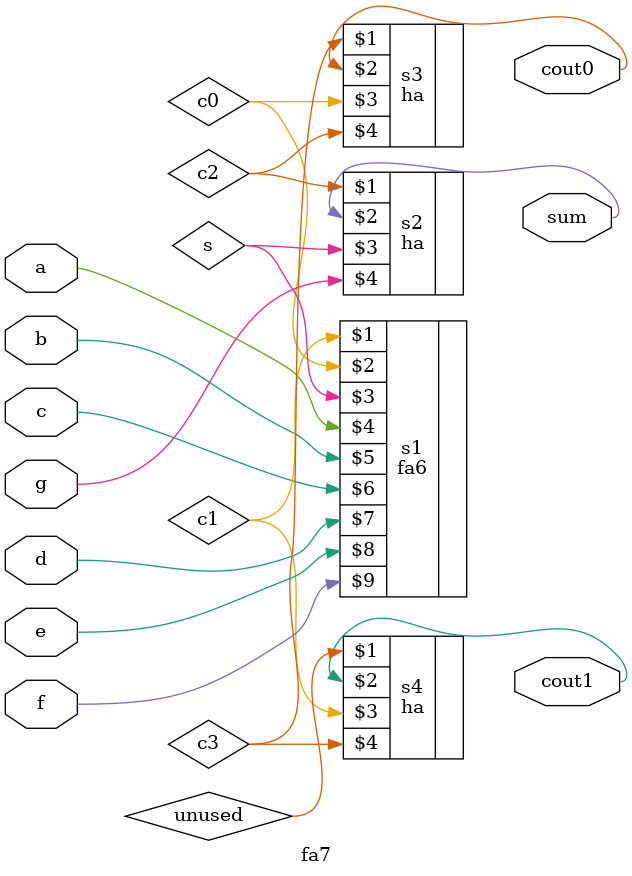
<source format=v>
module fa7(cout1,cout0,sum,a,b,c,d,e,f,g);
input a,b,c,d,e,f,g;
output sum,cout1,cout0;

fa6 s1(c1,c0,s,a,b,c,d,e,f);
ha s2(c2,sum,s,g);
ha s3(c3,cout0,c0,c2);
ha s4(unused,cout1,c1,c3);

endmodule
</source>
